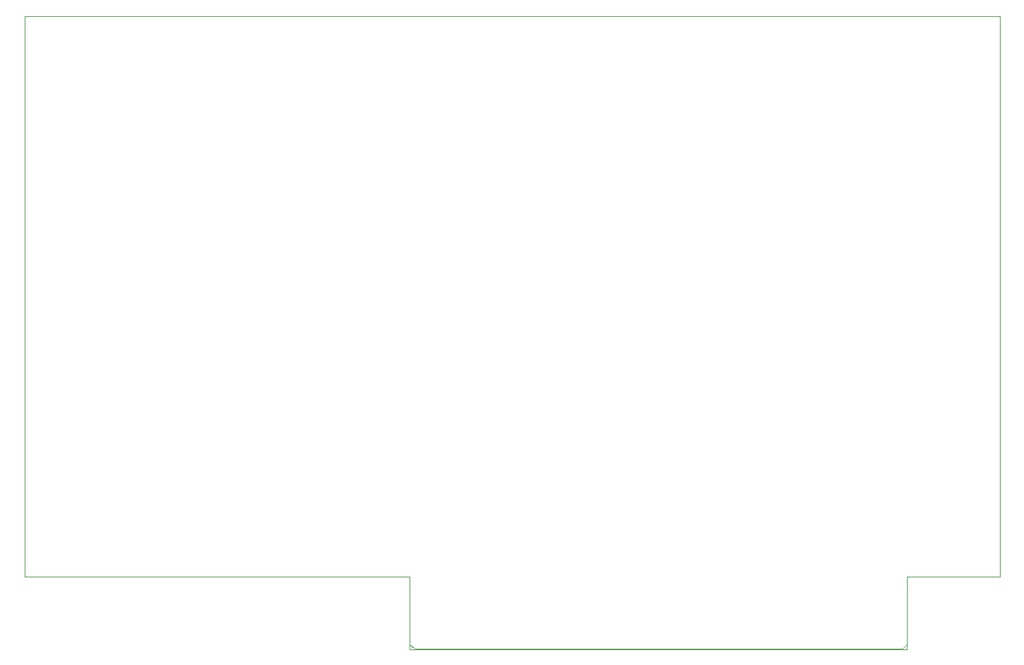
<source format=gko>
G04 EAGLE Gerber RS-274X export*
G75*
%MOMM*%
%FSLAX34Y34*%
%LPD*%
%IN*%
%IPPOS*%
%AMOC8*
5,1,8,0,0,1.08239X$1,22.5*%
G01*
%ADD10C,0.000000*%


D10*
X0Y94615D02*
X501650Y94615D01*
X501650Y0D01*
X1149350Y0D01*
X1149350Y94615D01*
X1270000Y94615D01*
X1270000Y825500D01*
X0Y825500D01*
X0Y94615D01*
X1149350Y82677D02*
X1149350Y6477D01*
X1143000Y127D01*
X508000Y127D01*
X501650Y6477D01*
X501650Y82677D01*
M02*

</source>
